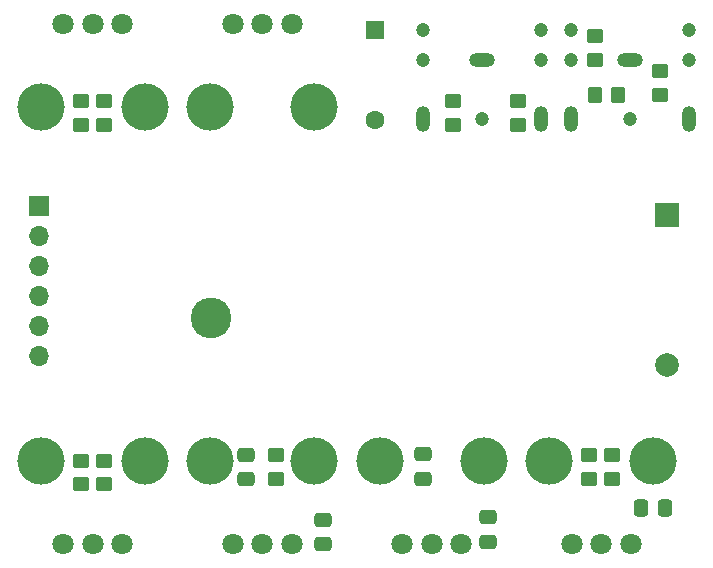
<source format=gbr>
%TF.GenerationSoftware,KiCad,Pcbnew,9.0.0*%
%TF.CreationDate,2025-05-14T01:56:31-07:00*%
%TF.ProjectId,ece223_project,65636532-3233-45f7-9072-6f6a6563742e,rev?*%
%TF.SameCoordinates,Original*%
%TF.FileFunction,Soldermask,Bot*%
%TF.FilePolarity,Negative*%
%FSLAX46Y46*%
G04 Gerber Fmt 4.6, Leading zero omitted, Abs format (unit mm)*
G04 Created by KiCad (PCBNEW 9.0.0) date 2025-05-14 01:56:31*
%MOMM*%
%LPD*%
G01*
G04 APERTURE LIST*
G04 Aperture macros list*
%AMRoundRect*
0 Rectangle with rounded corners*
0 $1 Rounding radius*
0 $2 $3 $4 $5 $6 $7 $8 $9 X,Y pos of 4 corners*
0 Add a 4 corners polygon primitive as box body*
4,1,4,$2,$3,$4,$5,$6,$7,$8,$9,$2,$3,0*
0 Add four circle primitives for the rounded corners*
1,1,$1+$1,$2,$3*
1,1,$1+$1,$4,$5*
1,1,$1+$1,$6,$7*
1,1,$1+$1,$8,$9*
0 Add four rect primitives between the rounded corners*
20,1,$1+$1,$2,$3,$4,$5,0*
20,1,$1+$1,$4,$5,$6,$7,0*
20,1,$1+$1,$6,$7,$8,$9,0*
20,1,$1+$1,$8,$9,$2,$3,0*%
G04 Aperture macros list end*
%ADD10C,1.200000*%
%ADD11O,1.200000X2.200000*%
%ADD12O,2.200000X1.200000*%
%ADD13R,1.700000X1.700000*%
%ADD14O,1.700000X1.700000*%
%ADD15C,4.000000*%
%ADD16C,1.800000*%
%ADD17RoundRect,0.250000X-0.450000X0.350000X-0.450000X-0.350000X0.450000X-0.350000X0.450000X0.350000X0*%
%ADD18RoundRect,0.250000X-0.350000X-0.450000X0.350000X-0.450000X0.350000X0.450000X-0.350000X0.450000X0*%
%ADD19RoundRect,0.250000X0.450000X-0.350000X0.450000X0.350000X-0.450000X0.350000X-0.450000X-0.350000X0*%
%ADD20RoundRect,0.250000X0.475000X-0.337500X0.475000X0.337500X-0.475000X0.337500X-0.475000X-0.337500X0*%
%ADD21C,3.450000*%
%ADD22R,2.000000X2.000000*%
%ADD23C,2.000000*%
%ADD24RoundRect,0.250000X0.337500X0.475000X-0.337500X0.475000X-0.337500X-0.475000X0.337500X-0.475000X0*%
%ADD25RoundRect,0.250000X-0.550000X0.550000X-0.550000X-0.550000X0.550000X-0.550000X0.550000X0.550000X0*%
%ADD26C,1.600000*%
%ADD27RoundRect,0.250000X-0.475000X0.337500X-0.475000X-0.337500X0.475000X-0.337500X0.475000X0.337500X0*%
G04 APERTURE END LIST*
D10*
%TO.C,J2*%
X70500000Y-28000000D03*
X70500000Y-25500000D03*
X65500000Y-33000000D03*
X60500000Y-28000000D03*
X60500000Y-25500000D03*
D11*
X70500000Y-33000000D03*
D12*
X65500000Y-28000000D03*
D11*
X60500000Y-33000000D03*
%TD*%
D13*
%TO.C,J1*%
X28000000Y-40380000D03*
D14*
X28000000Y-42920000D03*
X28000000Y-45460000D03*
X28000000Y-48000000D03*
X28000000Y-50540000D03*
X28000000Y-53080000D03*
%TD*%
D10*
%TO.C,J3*%
X83000000Y-28000000D03*
X83000000Y-25500000D03*
X78000000Y-33000000D03*
X73000000Y-28000000D03*
X73000000Y-25500000D03*
D11*
X83000000Y-33000000D03*
D12*
X78000000Y-28000000D03*
D11*
X73000000Y-33000000D03*
%TD*%
D15*
%TO.C,RV6*%
X51250000Y-32000000D03*
X42450000Y-32000000D03*
D16*
X44350000Y-25000000D03*
X46850000Y-25000000D03*
X49350000Y-25000000D03*
%TD*%
D15*
%TO.C,RV2*%
X28100000Y-62000000D03*
X36900000Y-62000000D03*
D16*
X35000000Y-69000000D03*
X32500000Y-69000000D03*
X30000000Y-69000000D03*
%TD*%
D15*
%TO.C,RV5*%
X71150000Y-62000000D03*
X79950000Y-62000000D03*
D16*
X78050000Y-69000000D03*
X75550000Y-69000000D03*
X73050000Y-69000000D03*
%TD*%
D15*
%TO.C,RV4*%
X56800000Y-62000000D03*
X65600000Y-62000000D03*
D16*
X63700000Y-69000000D03*
X61200000Y-69000000D03*
X58700000Y-69000000D03*
%TD*%
D15*
%TO.C,RV1*%
X36900000Y-32000000D03*
X28100000Y-32000000D03*
D16*
X30000000Y-25000000D03*
X32500000Y-25000000D03*
X35000000Y-25000000D03*
%TD*%
D15*
%TO.C,RV3*%
X42450000Y-62000000D03*
X51250000Y-62000000D03*
D16*
X49350000Y-69000000D03*
X46850000Y-69000000D03*
X44350000Y-69000000D03*
%TD*%
D17*
%TO.C,R7*%
X33500000Y-61950000D03*
X33500000Y-63950000D03*
%TD*%
D18*
%TO.C,R2*%
X75000000Y-31000000D03*
X77000000Y-31000000D03*
%TD*%
D19*
%TO.C,R3*%
X68500000Y-33500000D03*
X68500000Y-31500000D03*
%TD*%
%TO.C,R1*%
X63000000Y-33500000D03*
X63000000Y-31500000D03*
%TD*%
D17*
%TO.C,R6*%
X31500000Y-61950000D03*
X31500000Y-63950000D03*
%TD*%
D20*
%TO.C,C3*%
X52000000Y-69037500D03*
X52000000Y-66962500D03*
%TD*%
%TO.C,C7*%
X60500000Y-63500000D03*
X60500000Y-61425000D03*
%TD*%
D19*
%TO.C,R10*%
X48000000Y-63500000D03*
X48000000Y-61500000D03*
%TD*%
%TO.C,R17*%
X74500000Y-63500000D03*
X74500000Y-61500000D03*
%TD*%
%TO.C,R16*%
X76500000Y-63500000D03*
X76500000Y-61500000D03*
%TD*%
D17*
%TO.C,R24*%
X75000000Y-26000000D03*
X75000000Y-28000000D03*
%TD*%
D19*
%TO.C,R5*%
X31500000Y-33500000D03*
X31500000Y-31500000D03*
%TD*%
D21*
%TO.C,BT1*%
X42530000Y-49850000D03*
D22*
X81140000Y-41150000D03*
D23*
X81140000Y-53850000D03*
%TD*%
D24*
%TO.C,C9*%
X81000000Y-66000000D03*
X78925000Y-66000000D03*
%TD*%
D20*
%TO.C,C2*%
X65984326Y-68828373D03*
X65984326Y-66753373D03*
%TD*%
D19*
%TO.C,R4*%
X33500000Y-33500000D03*
X33500000Y-31500000D03*
%TD*%
%TO.C,R23*%
X80500000Y-31000000D03*
X80500000Y-29000000D03*
%TD*%
D25*
%TO.C,SW1*%
X56393778Y-25482500D03*
D26*
X56393778Y-33102500D03*
%TD*%
D27*
%TO.C,C6*%
X45500000Y-61462500D03*
X45500000Y-63537500D03*
%TD*%
M02*

</source>
